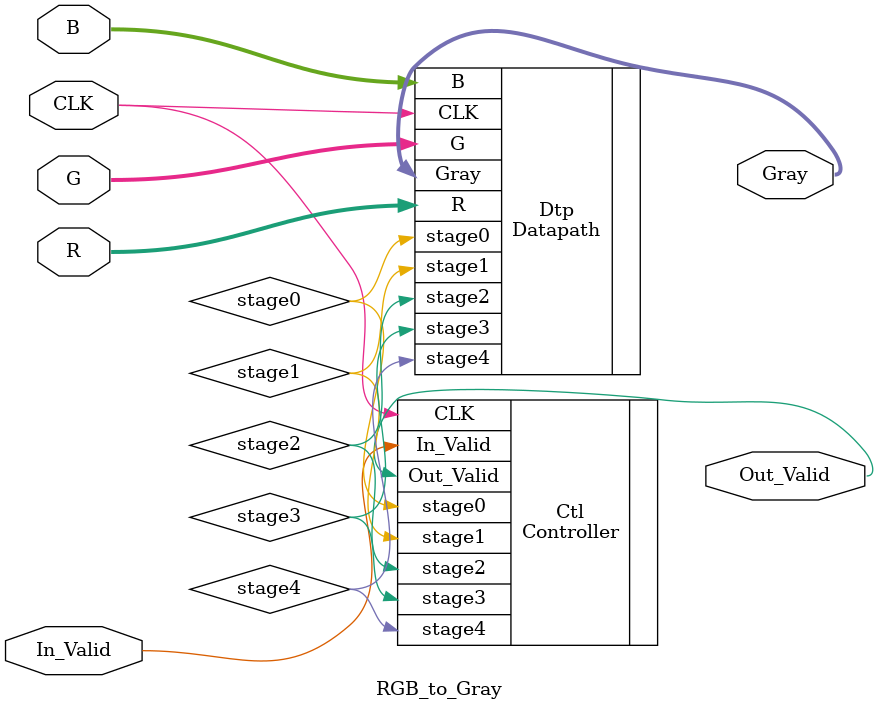
<source format=v>
`timescale 1ns / 1ps


module RGB_to_Gray(
    input CLK,
    input [7:0] R,
    input [7:0] G,
    input [7:0] B,
    input In_Valid,
    output [7:0] Gray,
    output Out_Valid
    );
    
// Wires list
wire CLK,In_Valid,Out_Valid;
wire [7:0] R,G,B,Gray;
wire stage0, stage1, stage2, stage3, stage4;    

// Datapath
Datapath Dtp(
    .R(R), 
    .G(G), 
    .B(B),
    .CLK(CLK),
    .stage0(stage0), 
    .stage1(stage1), 
    .stage2(stage2), 
    .stage3(stage3), 
    .stage4(stage4),
    .Gray(Gray)
    );

// Controller
Controller Ctl(
    .CLK(CLK),
    .In_Valid(In_Valid),
    .stage0(stage0),
    .stage1(stage1),
    .stage2(stage2),
    .stage3(stage3),
    .stage4(stage4),
    .Out_Valid(Out_Valid)
    );
    
        
endmodule

</source>
